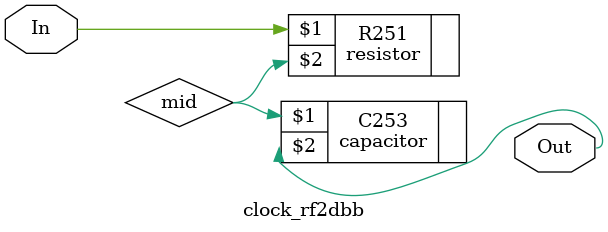
<source format=v>
module clock_rf2dbb (In, Out);

input In;
output Out;

wire mid;

resistor R251 (In, mid);

capacitor C253 (mid, Out);

endmodule

</source>
